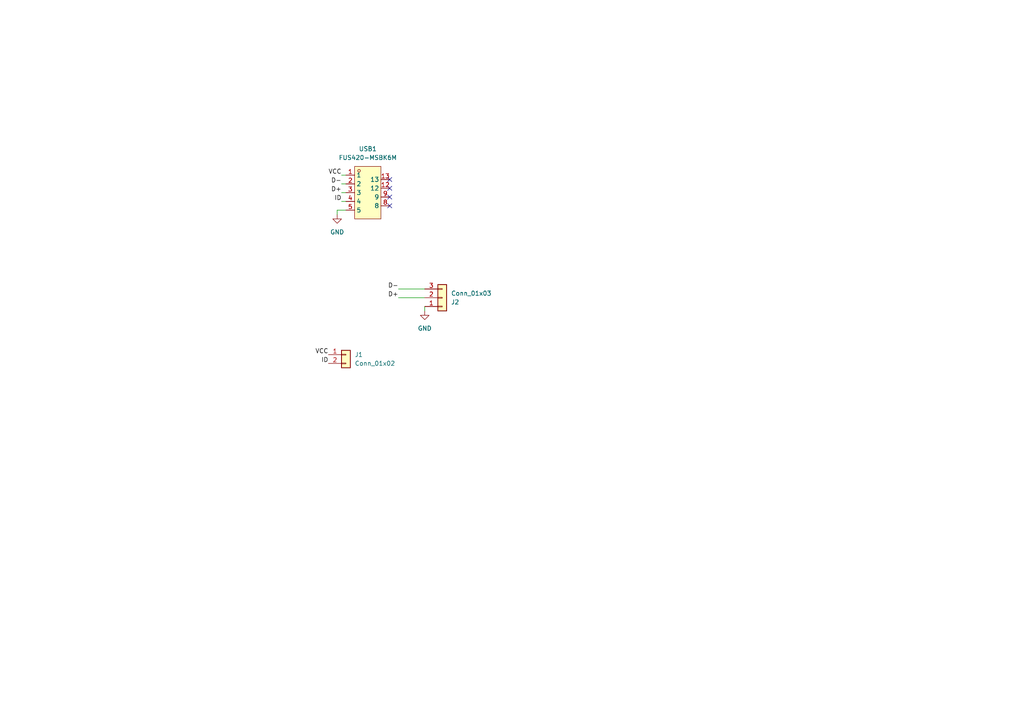
<source format=kicad_sch>
(kicad_sch (version 20211123) (generator eeschema)
  (paper "A4")
  (lib_symbols
    (symbol "Connector_Generic:Conn_01x02" (pin_names (offset 1.016) hide)
      (property "Reference" "J" (at 0 2.54 0))
      (property "Value" "Conn_01x02" (at 0 -5.08 0))
      (symbol "Conn_01x02_1_1"
        (rectangle (start -1.27 -2.413) (end 0 -2.667) (stroke (width 0.1524)))
        (rectangle (start -1.27 0.127) (end 0 -0.127) (stroke (width 0.1524)))
        (rectangle (start -1.27 1.27) (end 1.27 -3.81) (stroke (width 0.254)) (fill (type background)))
        (pin passive line (at -5.08 0 0) (length 3.81) (name "Pin_1") (number "1"))
        (pin passive line (at -5.08 -2.54 0) (length 3.81) (name "Pin_2") (number "2"))
      )
    )
    (symbol "Connector_Generic:Conn_01x03" (pin_names (offset 1.016) hide)
      (property "Reference" "J" (at 0 5.08 0))
      (property "Value" "Conn_01x03" (at 0 -5.08 0))
      (symbol "Conn_01x03_1_1"
        (rectangle (start -1.27 -2.413) (end 0 -2.667) (stroke (width 0.1524)))
        (rectangle (start -1.27 0.127) (end 0 -0.127) (stroke (width 0.1524)))
        (rectangle (start -1.27 2.667) (end 0 2.413) (stroke (width 0.1524)))
        (rectangle (start -1.27 3.81) (end 1.27 -3.81) (stroke (width 0.254)) (fill (type background)))
        (pin passive line (at -5.08 2.54 0) (length 3.81) (name "Pin_1") (number "1"))
        (pin passive line (at -5.08 0 0) (length 3.81) (name "Pin_2") (number "2"))
        (pin passive line (at -5.08 -2.54 0) (length 3.81) (name "Pin_3") (number "3"))
      )
    )
    (symbol "GND_1" (power) (pin_names (offset 0))
      (property "Value" "GND_1" (at 0 -3.81 0))
      (symbol "GND_1_0_1"
        (polyline (pts (xy 0 0) (xy 0 -1.27) (xy 1.27 -1.27) (xy 0 -2.54) (xy -1.27 -1.27) (xy 0 -1.27)))
      )
      (symbol "GND_1_1_1"
        (pin power_in line (at 0 0 270) (length 0) hide (name "GND") (number "1"))
      )
    )
    (symbol "cacophony-library:FUS420-MSBK6M"
      (property "Reference" "USB" (at 0 10.16 0))
      (property "Value" "FUS420-MSBK6M" (at 0 -10.16 0))
      (symbol "FUS420-MSBK6M_0_1"
        (rectangle (start -3.81 7.62) (end 3.81 -7.62) (fill (type background)))
        (circle (center -2.54 6.35) (radius 0.38))
        (pin unspecified line (at -6.35 5.08 0) (length 2.54) (name "1") (number "1"))
        (pin unspecified line (at 6.35 1.27 180) (length 2.54) (name "12") (number "12"))
        (pin unspecified line (at 6.35 3.81 180) (length 2.54) (name "13") (number "13"))
        (pin unspecified line (at -6.35 2.54 0) (length 2.54) (name "2") (number "2"))
        (pin unspecified line (at -6.35 0 0) (length 2.54) (name "3") (number "3"))
        (pin unspecified line (at -6.35 -2.54 0) (length 2.54) (name "4") (number "4"))
        (pin unspecified line (at -6.35 -5.08 0) (length 2.54) (name "5") (number "5"))
        (pin unspecified line (at 6.35 -3.81 180) (length 2.54) (name "8") (number "8"))
        (pin unspecified line (at 6.35 -1.27 180) (length 2.54) (name "9") (number "9"))
      )
    )
    (symbol "power:GND" (power) (pin_names (offset 0))
      (property "Value" "GND" (at 0 -3.81 0))
      (symbol "GND_0_1"
        (polyline (pts (xy 0 0) (xy 0 -1.27) (xy 1.27 -1.27) (xy 0 -2.54) (xy -1.27 -1.27) (xy 0 -1.27)))
      )
      (symbol "GND_1_1"
        (pin power_in line (at 0 0 270) (length 0) hide (name "GND") (number "1"))
      )
    )
  )
  (no_connect (at 113.03 57.15))
  (no_connect (at 113.03 59.69))
  (no_connect (at 113.03 54.61))
  (no_connect (at 113.03 52.07))
  (wire (pts (xy 123.19 88.9) (xy 123.19 90.17)))
  (wire (pts (xy 97.79 60.96) (xy 100.33 60.96)))
  (wire (pts (xy 97.79 62.23) (xy 97.79 60.96)))
  (wire (pts (xy 99.06 58.42) (xy 100.33 58.42)))
  (wire (pts (xy 99.06 50.8) (xy 100.33 50.8)))
  (wire (pts (xy 99.06 53.34) (xy 100.33 53.34)))
  (wire (pts (xy 115.57 83.82) (xy 123.19 83.82)))
  (wire (pts (xy 99.06 55.88) (xy 100.33 55.88)))
  (wire (pts (xy 115.57 86.36) (xy 123.19 86.36)))
  (label "VCC" (at 95.25 102.87 180))
  (label "D+" (at 115.57 86.36 180))
  (label "D-" (at 115.57 83.82 180))
  (label "ID" (at 95.25 105.41 180))
  (label "D+" (at 99.06 55.88 180))
  (label "D-" (at 99.06 53.34 180))
  (label "VCC" (at 99.06 50.8 180))
  (label "ID" (at 99.06 58.42 180))
  (symbol (lib_name "GND_1") (lib_id "power:GND") (at 97.79 62.23 0) (unit 1)
    (property "Reference" "#PWR0101" (effects hide))
    (property "Value" "GND" (at 97.79 67.31 0))
  )
  (symbol (lib_id "power:GND") (at 123.19 90.17 0) (unit 1)
    (property "Reference" "#PWR0102" (effects hide))
    (property "Value" "GND" (at 123.19 95.25 0))
  )
  (symbol (lib_id "cacophony-library:FUS420-MSBK6M") (at 106.68 55.88 0) (unit 1)
    (property "Reference" "USB1" (at 106.68 43.18 0))
    (property "Value" "FUS420-MSBK6M" (at 106.68 45.72 0))
    (property "Footprint" "cacophony-library:MICRO-USB-SMD_FUS420-MSBK6M" (effects hide))
    (property "Manufacturer" "TXGA(特思嘉)" (effects hide))
    (property "LCSC Part" "C2833885" (effects hide))
    (property "JLC Part" "Extended Part" (effects hide))
  )
  (symbol (lib_id "Connector_Generic:Conn_01x03") (at 128.27 86.36 0) (mirror x) (unit 1)
    (property "Reference" "J2" (at 130.81 87.6301 0) (effects (justify left)))
    (property "Value" "Conn_01x03" (at 130.81 85.0901 0) (effects (justify left)))
    (property "Footprint" "Connector_PinSocket_2.54mm:PinSocket_1x03_P2.54mm_Vertical" (effects hide))
  )
  (symbol (lib_id "Connector_Generic:Conn_01x02") (at 100.33 102.87 0) (unit 1)
    (property "Reference" "J1" (at 102.87 102.8699 0) (effects (justify left)))
    (property "Value" "Conn_01x02" (at 102.87 105.4099 0) (effects (justify left)))
    (property "Footprint" "Connector_PinSocket_2.54mm:PinSocket_1x02_P2.54mm_Vertical" (effects hide))
  )
)
</source>
